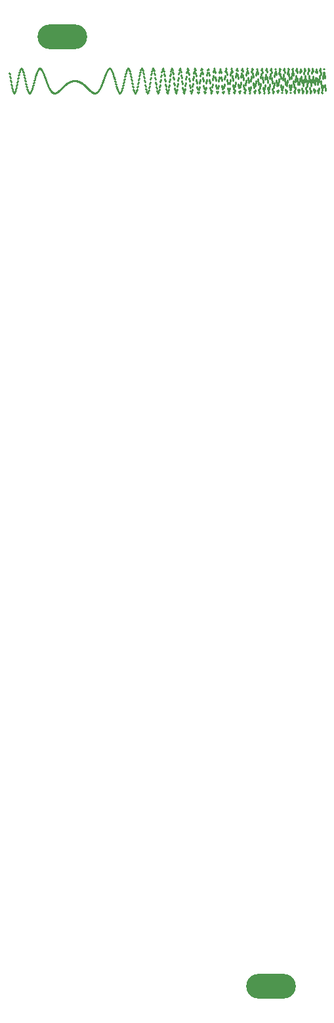
<source format=gtl>
G04 Layer: TopLayer*
G04 EasyEDA v6.5.34, 2023-08-21 18:11:39*
G04 41bd66247c774cb09e50729edd233ae6,5a6b42c53f6a479593ecc07194224c93,10*
G04 Gerber Generator version 0.2*
G04 Scale: 100 percent, Rotated: No, Reflected: No *
G04 Dimensions in millimeters *
G04 leading zeros omitted , absolute positions ,4 integer and 5 decimal *
%FSLAX45Y45*%
%MOMM*%

%ADD10C,0.2540*%
%ADD11O,6.4000126X3.1999936*%

%LPD*%
D10*
X-4229Y12109815D02*
G01*
X4234Y12088850D01*
X4234Y12065848D02*
G01*
X12705Y12041286D01*
X12705Y12016003D02*
G01*
X21170Y11990481D01*
X21170Y11965559D02*
G01*
X29634Y11941683D01*
X29634Y11919612D02*
G01*
X38105Y11899706D01*
X38105Y11882561D02*
G01*
X46570Y11868434D01*
X46570Y11857720D02*
G01*
X55034Y11850545D01*
X55034Y11847065D02*
G01*
X63505Y11847296D01*
X63505Y11851159D02*
G01*
X71970Y11858531D01*
X71970Y11869160D02*
G01*
X80434Y11882798D01*
X80434Y11899038D02*
G01*
X88905Y11917547D01*
X88905Y11937814D02*
G01*
X97370Y11959450D01*
X97370Y11981903D02*
G01*
X105834Y12004756D01*
X105834Y12027463D02*
G01*
X114305Y12049615D01*
X114305Y12070735D02*
G01*
X122770Y12090450D01*
X122770Y12108365D02*
G01*
X131234Y12124176D01*
X131234Y12137603D02*
G01*
X139705Y12148444D01*
X139705Y12156523D02*
G01*
X148170Y12161756D01*
X148170Y12164082D02*
G01*
X156634Y12163511D01*
X156634Y12160120D02*
G01*
X165105Y12154011D01*
X165105Y12145335D02*
G01*
X173570Y12134303D01*
X173570Y12121134D02*
G01*
X182034Y12106107D01*
X182034Y12089488D02*
G01*
X190505Y12071611D01*
X190505Y12052752D02*
G01*
X198970Y12033288D01*
X198970Y12013473D02*
G01*
X207434Y11993699D01*
X207434Y11974202D02*
G01*
X215905Y11955338D01*
X215905Y11937324D02*
G01*
X224370Y11920463D01*
X224370Y11904929D02*
G01*
X232834Y11890976D01*
X232834Y11878716D02*
G01*
X241305Y11868335D01*
X241305Y11859902D02*
G01*
X249770Y11853534D01*
X249770Y11849229D02*
G01*
X258234Y11847034D01*
X258234Y11846918D02*
G01*
X266705Y11848838D01*
X266705Y11852739D02*
G01*
X275170Y11858500D01*
X275170Y11866059D02*
G01*
X283634Y11875218D01*
X283634Y11885896D02*
G01*
X292105Y11897865D01*
X292105Y11911037D02*
G01*
X300570Y11925132D01*
X300570Y11940082D02*
G01*
X309034Y11955574D01*
X309034Y11971553D02*
G01*
X317505Y11987702D01*
X317505Y12003986D02*
G01*
X325970Y12020077D01*
X325970Y12035965D02*
G01*
X334434Y12051339D01*
X334434Y12066209D02*
G01*
X342905Y12080298D01*
X342905Y12093618D02*
G01*
X351370Y12105927D01*
X351370Y12117275D02*
G01*
X359834Y12127445D01*
X359834Y12136493D02*
G01*
X368305Y12144263D01*
X368305Y12150818D02*
G01*
X376770Y12156038D01*
X376770Y12159995D02*
G01*
X385234Y12162637D01*
X385234Y12164001D02*
G01*
X393705Y12164108D01*
X393705Y12162977D02*
G01*
X402170Y12160676D01*
X402170Y12157229D02*
G01*
X410634Y12152734D01*
X410634Y12147189D02*
G01*
X419105Y12140752D01*
X419105Y12133399D02*
G01*
X427570Y12125312D01*
X427570Y12116457D02*
G01*
X436034Y12107037D01*
X436034Y12096998D02*
G01*
X444505Y12086579D01*
X444505Y12075685D02*
G01*
X452970Y12064583D01*
X452970Y12053161D02*
G01*
X461434Y12041690D01*
X461434Y12030044D02*
G01*
X469905Y12018497D01*
X469905Y12006894D02*
G01*
X478370Y11995533D01*
X478370Y11984248D02*
G01*
X486834Y11973303D01*
X486834Y11962531D02*
G01*
X495305Y11952206D01*
X495305Y11942142D02*
G01*
X503770Y11932592D01*
X503770Y11923377D02*
G01*
X512234Y11914733D01*
X512234Y11906478D02*
G01*
X520705Y11898828D01*
X520705Y11891609D02*
G01*
X529170Y11885010D01*
X529170Y11878878D02*
G01*
X537634Y11873364D01*
X537634Y11868335D02*
G01*
X546105Y11863908D01*
X546105Y11859963D02*
G01*
X554570Y11856603D01*
X554570Y11853720D02*
G01*
X563034Y11851388D01*
X563034Y11849521D02*
G01*
X571505Y11848157D01*
X571505Y11847245D02*
G01*
X579970Y11846780D01*
X579970Y11846750D02*
G01*
X588434Y11847116D01*
X588434Y11847878D02*
G01*
X596905Y11848993D01*
X596905Y11850471D02*
G01*
X605370Y11852236D01*
X605370Y11854340D02*
G01*
X613834Y11856676D01*
X613834Y11859313D02*
G01*
X622305Y11862140D01*
X622305Y11865229D02*
G01*
X630770Y11868447D01*
X630770Y11871901D02*
G01*
X639234Y11875442D01*
X639234Y11879181D02*
G01*
X647705Y11882958D01*
X647705Y11886920D02*
G01*
X656170Y11890865D01*
X656170Y11894969D02*
G01*
X664641Y11899026D01*
X664641Y11903212D02*
G01*
X673100Y11907309D01*
X673100Y11911520D02*
G01*
X681570Y11915620D01*
X681570Y11919805D02*
G01*
X690041Y11923854D01*
X690041Y11927972D02*
G01*
X698500Y11931929D01*
X698500Y11935940D02*
G01*
X706970Y11939772D01*
X706970Y11943648D02*
G01*
X715441Y11947319D01*
X715441Y11951035D02*
G01*
X723900Y11954525D01*
X723900Y11958048D02*
G01*
X732370Y11961340D01*
X732370Y11964652D02*
G01*
X740841Y11967728D01*
X740841Y11970816D02*
G01*
X749300Y11973669D01*
X749300Y11976521D02*
G01*
X757770Y11979125D01*
X757770Y11981736D02*
G01*
X766241Y11984093D01*
X766241Y11986455D02*
G01*
X774700Y11988563D01*
X774700Y11990666D02*
G01*
X783170Y11992513D01*
X783170Y11994362D02*
G01*
X791641Y11995942D01*
X791641Y11997524D02*
G01*
X800100Y11998853D01*
X800100Y12000174D02*
G01*
X808570Y12001233D01*
X808570Y12002287D02*
G01*
X817041Y12003082D01*
X817041Y12003874D02*
G01*
X825500Y12004403D01*
X825500Y12004936D02*
G01*
X833970Y12005195D01*
X833970Y12005462D02*
G01*
X842441Y12005462D01*
X842441Y12005462D02*
G01*
X850900Y12005195D01*
X850900Y12004936D02*
G01*
X859370Y12004403D01*
X859370Y12003874D02*
G01*
X867841Y12003082D01*
X867841Y12002287D02*
G01*
X876300Y12001233D01*
X876300Y12000174D02*
G01*
X884770Y11998853D01*
X884770Y11997524D02*
G01*
X893241Y11995942D01*
X893241Y11994362D02*
G01*
X901700Y11992513D01*
X901700Y11990666D02*
G01*
X910170Y11988563D01*
X910170Y11986455D02*
G01*
X918641Y11984093D01*
X918641Y11981743D02*
G01*
X927100Y11979125D01*
X927100Y11976521D02*
G01*
X935570Y11973669D01*
X935570Y11970821D02*
G01*
X944041Y11967728D01*
X944041Y11964652D02*
G01*
X952500Y11961340D01*
X952500Y11958048D02*
G01*
X960970Y11954525D01*
X960970Y11951035D02*
G01*
X969441Y11947319D01*
X969441Y11943648D02*
G01*
X977900Y11939772D01*
X977900Y11935947D02*
G01*
X986370Y11931929D01*
X986370Y11927972D02*
G01*
X994841Y11923854D01*
X994841Y11919805D02*
G01*
X1003300Y11915620D01*
X1003300Y11911520D02*
G01*
X1011770Y11907309D01*
X1011770Y11903212D02*
G01*
X1020241Y11899026D01*
X1020241Y11894969D02*
G01*
X1028700Y11890865D01*
X1028700Y11886920D02*
G01*
X1037170Y11882958D01*
X1037170Y11879181D02*
G01*
X1045641Y11875442D01*
X1045641Y11871901D02*
G01*
X1054100Y11868447D01*
X1054100Y11865229D02*
G01*
X1062570Y11862140D01*
X1062570Y11859318D02*
G01*
X1071041Y11856676D01*
X1071041Y11854340D02*
G01*
X1079500Y11852236D01*
X1079500Y11850471D02*
G01*
X1087970Y11848993D01*
X1087970Y11847878D02*
G01*
X1096441Y11847116D01*
X1096441Y11846750D02*
G01*
X1104900Y11846780D01*
X1104900Y11847245D02*
G01*
X1113370Y11848157D01*
X1113370Y11849521D02*
G01*
X1121841Y11851388D01*
X1121841Y11853720D02*
G01*
X1130300Y11856603D01*
X1130300Y11859958D02*
G01*
X1138770Y11863908D01*
X1138770Y11868330D02*
G01*
X1147241Y11873364D01*
X1147241Y11878871D02*
G01*
X1155700Y11885010D01*
X1155700Y11891601D02*
G01*
X1164170Y11898828D01*
X1164170Y11906465D02*
G01*
X1172641Y11914733D01*
X1172641Y11923364D02*
G01*
X1181100Y11932592D01*
X1181100Y11942130D02*
G01*
X1189570Y11952206D01*
X1189570Y11962513D02*
G01*
X1198041Y11973303D01*
X1198041Y11984230D02*
G01*
X1206500Y11995533D01*
X1206500Y12006877D02*
G01*
X1214970Y12018497D01*
X1214970Y12030019D02*
G01*
X1223441Y12041690D01*
X1223441Y12053138D02*
G01*
X1231900Y12064583D01*
X1231900Y12075665D02*
G01*
X1240370Y12086579D01*
X1240370Y12096973D02*
G01*
X1248841Y12107037D01*
X1248841Y12116432D02*
G01*
X1257300Y12125312D01*
X1257300Y12133379D02*
G01*
X1265770Y12140752D01*
X1265770Y12147179D02*
G01*
X1274241Y12152734D01*
X1274241Y12157217D02*
G01*
X1282700Y12160676D01*
X1282700Y12162972D02*
G01*
X1291170Y12164108D01*
X1291170Y12164001D02*
G01*
X1299641Y12162637D01*
X1299641Y12160008D02*
G01*
X1308100Y12156038D01*
X1308100Y12150836D02*
G01*
X1316570Y12144263D01*
X1316570Y12136518D02*
G01*
X1325041Y12127445D01*
X1325041Y12117306D02*
G01*
X1333500Y12105927D01*
X1333500Y12093661D02*
G01*
X1341970Y12080298D01*
X1341970Y12066259D02*
G01*
X1350441Y12051339D01*
X1350441Y12036016D02*
G01*
X1358900Y12020077D01*
X1358900Y12004042D02*
G01*
X1367370Y11987702D01*
X1367370Y11971616D02*
G01*
X1375841Y11955574D01*
X1375841Y11940138D02*
G01*
X1384300Y11925132D01*
X1384300Y11911093D02*
G01*
X1392770Y11897865D01*
X1392770Y11885947D02*
G01*
X1401241Y11875218D01*
X1401241Y11866090D02*
G01*
X1409700Y11858500D01*
X1409700Y11852757D02*
G01*
X1418170Y11848838D01*
X1418170Y11846923D02*
G01*
X1426641Y11847034D01*
X1426641Y11849211D02*
G01*
X1435100Y11853534D01*
X1435100Y11859872D02*
G01*
X1443570Y11868335D01*
X1443570Y11878660D02*
G01*
X1452041Y11890976D01*
X1452041Y11904855D02*
G01*
X1460500Y11920463D01*
X1460500Y11937237D02*
G01*
X1468970Y11955338D01*
X1468970Y11974103D02*
G01*
X1477441Y11993699D01*
X1477441Y12013369D02*
G01*
X1485900Y12033288D01*
X1485900Y12052653D02*
G01*
X1494370Y12071611D01*
X1494370Y12089389D02*
G01*
X1502841Y12106107D01*
X1502841Y12121052D02*
G01*
X1511300Y12134303D01*
X1511300Y12145274D02*
G01*
X1519770Y12154011D01*
X1519770Y12160095D02*
G01*
X1528241Y12163511D01*
X1528241Y12164087D02*
G01*
X1536700Y12161756D01*
X1536700Y12156567D02*
G01*
X1545170Y12148444D01*
X1545170Y12137684D02*
G01*
X1553641Y12124176D01*
X1553641Y12108477D02*
G01*
X1562100Y12090450D01*
X1562100Y12070877D02*
G01*
X1570570Y12049615D01*
X1570570Y12027618D02*
G01*
X1579041Y12004756D01*
X1579041Y11982066D02*
G01*
X1587500Y11959450D01*
X1587500Y11937969D02*
G01*
X1595970Y11917547D01*
X1595970Y11899168D02*
G01*
X1604441Y11882798D01*
X1604441Y11869254D02*
G01*
X1612900Y11858531D01*
X1612900Y11851203D02*
G01*
X1621370Y11847296D01*
X1621370Y11847052D02*
G01*
X1629841Y11850545D01*
X1629841Y11857644D02*
G01*
X1638300Y11868434D01*
X1638300Y11882432D02*
G01*
X1646770Y11899706D01*
X1646770Y11919427D02*
G01*
X1655241Y11941683D01*
X1655241Y11965348D02*
G01*
X1663700Y11990481D01*
X1663700Y12015774D02*
G01*
X1672170Y12041286D01*
X1672170Y12065632D02*
G01*
X1680641Y12088850D01*
X1680641Y12109635D02*
G01*
X1689100Y12127984D01*
X1689100Y12142848D02*
G01*
X1697570Y12154184D01*
X1697570Y12161316D02*
G01*
X1706041Y12164174D01*
X1706041Y12162538D02*
G01*
X1714500Y12156343D01*
X1714500Y12145881D02*
G01*
X1722970Y12131093D01*
X1722970Y12112774D02*
G01*
X1731441Y12090890D01*
X1731441Y12066681D02*
G01*
X1739900Y12040133D01*
X1739900Y12012805D02*
G01*
X1748370Y11984708D01*
X1748370Y11957545D02*
G01*
X1756841Y11931365D01*
X1756841Y11907794D02*
G01*
X1765300Y11886890D01*
X1765300Y11870021D02*
G01*
X1773770Y11857253D01*
X1773770Y11849460D02*
G01*
X1782241Y11846712D01*
X1782241Y11849260D02*
G01*
X1790700Y11857179D01*
X1790700Y11870004D02*
G01*
X1799170Y11887776D01*
X1799170Y11909374D02*
G01*
X1807641Y11934812D01*
X1807641Y11962401D02*
G01*
X1816100Y11992112D01*
X1816100Y12021931D02*
G01*
X1824570Y12051779D01*
X1824570Y12079584D02*
G01*
X1833041Y12105225D01*
X1833041Y12126882D02*
G01*
X1841500Y12144430D01*
X1841500Y12156559D02*
G01*
X1849970Y12163170D01*
X1849970Y12163709D02*
G01*
X1858441Y12158103D01*
X1858441Y12146681D02*
G01*
X1866900Y12129437D01*
X1866900Y12107557D02*
G01*
X1875370Y12081103D01*
X1875370Y12052007D02*
G01*
X1883841Y12020356D01*
X1883841Y11988558D02*
G01*
X1892300Y11956745D01*
X1892300Y11927395D02*
G01*
X1900770Y11900674D01*
X1900770Y11878703D02*
G01*
X1909241Y11861670D01*
X1909241Y11850971D02*
G01*
X1917700Y11846750D01*
X1917700Y11849417D02*
G01*
X1926170Y11859028D01*
X1926170Y11874883D02*
G01*
X1934641Y11896961D01*
X1934641Y11923501D02*
G01*
X1943100Y11954395D01*
X1943100Y11987095D02*
G01*
X1951570Y12021411D01*
X1951570Y12054459D02*
G01*
X1960041Y12085985D01*
X1960041Y12113282D02*
G01*
X1968500Y12136097D01*
X1968500Y12152406D02*
G01*
X1976970Y12162010D01*
X1976970Y12164001D02*
G01*
X1985441Y12158284D01*
X1985441Y12145269D02*
G01*
X1993900Y12124997D01*
X1993900Y12099211D02*
G01*
X2002370Y12068063D01*
X2002370Y12034354D02*
G01*
X2010841Y11998325D01*
X2010841Y11963288D02*
G01*
X2019300Y11929567D01*
X2019300Y11900321D02*
G01*
X2027770Y11875863D01*
X2027770Y11858556D02*
G01*
X2036241Y11848635D01*
X2036241Y11847134D02*
G01*
X2044700Y11854141D01*
X2044700Y11869066D02*
G01*
X2053170Y11891850D01*
X2053170Y11920326D02*
G01*
X2061641Y11954271D01*
X2061641Y11990362D02*
G01*
X2070100Y12028251D01*
X2070100Y12064144D02*
G01*
X2078570Y12097649D01*
X2078570Y12125325D02*
G01*
X2087041Y12146818D01*
X2087041Y12159853D02*
G01*
X2095500Y12164207D01*
X2095500Y12159338D02*
G01*
X2103970Y12145218D01*
X2103970Y12123242D02*
G01*
X2112441Y12093587D01*
X2112441Y12059351D02*
G01*
X2120900Y12020890D01*
X2120900Y11982307D02*
G01*
X2129370Y11944083D01*
X2129370Y11910380D02*
G01*
X2137841Y11881662D01*
X2137841Y11861142D02*
G01*
X2146300Y11849155D01*
X2146300Y11847128D02*
G01*
X2154770Y11855170D01*
X2154770Y11872465D02*
G01*
X2163241Y11898876D01*
X2163241Y11931464D02*
G01*
X2171700Y11969849D01*
X2171700Y12009661D02*
G01*
X2180170Y12050364D01*
X2180170Y12087212D02*
G01*
X2188641Y12119663D01*
X2188641Y12143836D02*
G01*
X2197100Y12159325D01*
X2197100Y12164207D02*
G01*
X2205570Y12158309D01*
X2205570Y12142254D02*
G01*
X2214041Y12116178D01*
X2214041Y12083188D02*
G01*
X2222500Y12043704D01*
X2222500Y12002554D02*
G01*
X2230970Y11960331D01*
X2230970Y11922292D02*
G01*
X2239441Y11889071D01*
X2239441Y11864893D02*
G01*
X2247900Y11850204D01*
X2247900Y11846961D02*
G01*
X2256370Y11855312D01*
X2256370Y11874289D02*
G01*
X2264841Y11903664D01*
X2264841Y11939699D02*
G01*
X2273300Y11981873D01*
X2273300Y12024680D02*
G01*
X2281770Y12067418D01*
X2281770Y12104403D02*
G01*
X2290241Y12134961D01*
X2290241Y12154949D02*
G01*
X2298700Y12163920D01*
X2298700Y12160577D02*
G01*
X2307170Y12144877D01*
X2307170Y12118868D02*
G01*
X2315641Y12082934D01*
X2315641Y12041962D02*
G01*
X2324100Y11996643D01*
X2324100Y11953293D02*
G01*
X2332570Y11912706D01*
X2332570Y11880644D02*
G01*
X2341041Y11857763D01*
X2341041Y11847400D02*
G01*
X2349500Y11849849D01*
X2349500Y11864863D02*
G01*
X2357970Y11892241D01*
X2357970Y11928109D02*
G01*
X2366441Y11971832D01*
X2366441Y12017052D02*
G01*
X2374900Y12062896D01*
X2374900Y12102566D02*
G01*
X2383370Y12135220D01*
X2383370Y12155926D02*
G01*
X2391841Y12164169D01*
X2391841Y12158606D02*
G01*
X2400300Y12139241D01*
X2400300Y12108942D02*
G01*
X2408770Y12068235D01*
X2408770Y12023333D02*
G01*
X2417241Y11975132D01*
X2417241Y11931116D02*
G01*
X2425700Y11892241D01*
X2425700Y11864665D02*
G01*
X2434170Y11849056D01*
X2434170Y11847972D02*
G01*
X2442641Y11861551D01*
X2442641Y11887728D02*
G01*
X2451100Y11926013D01*
X2451100Y11970308D02*
G01*
X2459570Y12019681D01*
X2459570Y12066104D02*
G01*
X2468041Y12108520D01*
X2468041Y12139909D02*
G01*
X2476500Y12159493D01*
X2476500Y12163920D02*
G01*
X2484970Y12152988D01*
X2484970Y12128418D02*
G01*
X2493441Y12090679D01*
X2493441Y12046079D02*
G01*
X2501900Y11995602D01*
X2501900Y11947842D02*
G01*
X2510370Y11903930D01*
X2510370Y11871479D02*
G01*
X2518841Y11851345D01*
X2518841Y11847103D02*
G01*
X2527300Y11858972D01*
X2527300Y11884980D02*
G01*
X2535770Y11924593D01*
X2535770Y11970877D02*
G01*
X2544241Y12022757D01*
X2544241Y12070984D02*
G01*
X2552700Y12114342D01*
X2552700Y12144982D02*
G01*
X2561170Y12162048D01*
X2561170Y12162345D02*
G01*
X2569641Y12145746D01*
X2569641Y12115198D02*
G01*
X2578100Y12071380D01*
X2578100Y12022310D02*
G01*
X2586570Y11969229D01*
X2586570Y11922013D02*
G01*
X2595041Y11881934D01*
X2595041Y11856585D02*
G01*
X2603500Y11846730D01*
X2603500Y11854334D02*
G01*
X2611970Y11879323D01*
X2611970Y11917009D02*
G01*
X2620441Y11966481D01*
X2620441Y12018243D02*
G01*
X2628900Y12070928D01*
X2628900Y12114263D02*
G01*
X2637370Y12147021D01*
X2637370Y12162693D02*
G01*
X2645841Y12160745D01*
X2645841Y12141454D02*
G01*
X2654300Y12105225D01*
X2654300Y12059213D02*
G01*
X2662770Y12004624D01*
X2662770Y11952411D02*
G01*
X2671241Y11904042D01*
X2671241Y11869376D02*
G01*
X2679700Y11849483D01*
X2679700Y11848518D02*
G01*
X2688170Y11866636D01*
X2688170Y11900204D02*
G01*
X2696641Y11948363D01*
X2696641Y12001164D02*
G01*
X2705100Y12057118D01*
X2705100Y12104489D02*
G01*
X2713570Y12141857D01*
X2713570Y12161248D02*
G01*
X2722041Y12161979D01*
X2722041Y12143785D02*
G01*
X2730500Y12107092D01*
X2730500Y12059686D02*
G01*
X2738970Y12002902D01*
X2738970Y11949000D02*
G01*
X2747441Y11899607D01*
X2747441Y11865546D02*
G01*
X2755900Y11847934D01*
X2755900Y11850743D02*
G01*
X2764370Y11874022D01*
X2764370Y11912699D02*
G01*
X2772841Y11965706D01*
X2772841Y12021251D02*
G01*
X2781300Y12077656D01*
X2781300Y12122200D02*
G01*
X2789770Y12153435D01*
X2789770Y12164194D02*
G01*
X2798241Y12154016D01*
X2798241Y12125119D02*
G01*
X2806700Y12078294D01*
X2806700Y12024253D02*
G01*
X2815170Y11964652D01*
X2815170Y11913313D02*
G01*
X2823641Y11871919D01*
X2823641Y11850222D02*
G01*
X2832100Y11849031D01*
X2832100Y11868726D02*
G01*
X2840570Y11908805D01*
X2840570Y11959846D02*
G01*
X2849041Y12020257D01*
X2849041Y12075629D02*
G01*
X2857500Y12124115D01*
X2857500Y12153986D02*
G01*
X2865970Y12164156D01*
X2865970Y12152045D02*
G01*
X2874441Y12117938D01*
X2874441Y12070059D02*
G01*
X2882900Y12009927D01*
X2882900Y11952305D02*
G01*
X2891370Y11899130D01*
X2891370Y11863641D02*
G01*
X2899841Y11847121D01*
X2899841Y11853806D02*
G01*
X2908300Y11883598D01*
X2908300Y11929107D02*
G01*
X2916770Y11988868D01*
X2916770Y12047791D02*
G01*
X2925241Y12103856D01*
X2925241Y12142718D02*
G01*
X2933700Y12162947D01*
X2933700Y12159239D02*
G01*
X2942170Y12131593D01*
X2942170Y12087064D02*
G01*
X2950641Y12027093D01*
X2950641Y11967268D02*
G01*
X2959100Y11909686D01*
X2959100Y11869483D02*
G01*
X2967570Y11848175D01*
X2967570Y11851492D02*
G01*
X2976041Y11879460D01*
X2976041Y11924723D02*
G01*
X2984500Y11985779D01*
X2984500Y12046320D02*
G01*
X2992970Y12104184D01*
X2992970Y12143712D02*
G01*
X3001441Y12163394D01*
X3001441Y12157788D02*
G01*
X3009900Y12126950D01*
X3009900Y12079218D02*
G01*
X3018370Y12016221D01*
X3018370Y11955277D02*
G01*
X3026841Y11898591D01*
X3026841Y11861942D02*
G01*
X3035300Y11846755D01*
X3035300Y11857385D02*
G01*
X3043770Y11893575D01*
X3043770Y11945249D02*
G01*
X3052241Y12010603D01*
X3052241Y12071164D02*
G01*
X3060700Y12124692D01*
X3060700Y12155871D02*
G01*
X3069170Y12163437D01*
X3069170Y12145119D02*
G01*
X3077641Y12101451D01*
X3077641Y12044951D02*
G01*
X3086100Y11977657D01*
X3086100Y11919104D02*
G01*
X3094570Y11871523D01*
X3094570Y11848901D02*
G01*
X3103041Y11852219D01*
X3103041Y11880601D02*
G01*
X3111500Y11933113D01*
X3111500Y11994276D02*
G01*
X3119970Y12061825D01*
X3119970Y12115606D02*
G01*
X3128441Y12153521D01*
X3128441Y12164108D02*
G01*
X3136900Y12146818D01*
X3136900Y12106770D02*
G01*
X3145370Y12045373D01*
X3145370Y11981233D02*
G01*
X3153841Y11916785D01*
X3153841Y11871772D02*
G01*
X3162300Y11848020D01*
X3162300Y11852945D02*
G01*
X3170770Y11886486D01*
X3170770Y11938365D02*
G01*
X3179241Y12006666D01*
X3179241Y12070133D02*
G01*
X3187700Y12126285D01*
X3187700Y12157466D02*
G01*
X3196170Y12162327D01*
X3196170Y12139234D02*
G01*
X3204641Y12088942D01*
X3204641Y12027347D02*
G01*
X3213100Y11956788D01*
X3213100Y11899806D02*
G01*
X3221570Y11858706D01*
X3221570Y11846768D02*
G01*
X3230041Y11864609D01*
X3230041Y11906572D02*
G01*
X3238500Y11971108D01*
X3238500Y12037286D02*
G01*
X3246970Y12102510D01*
X3246970Y12145385D02*
G01*
X3255441Y12164118D01*
X3255441Y12152436D02*
G01*
X3263900Y12110659D01*
X3263900Y12052536D02*
G01*
X3272370Y11980285D01*
X3272370Y11917969D02*
G01*
X3280841Y11868111D01*
X3280841Y11847499D02*
G01*
X3289300Y11857088D01*
X3289300Y11893755D02*
G01*
X3297770Y11956150D01*
X3297770Y12023196D02*
G01*
X3306241Y12092216D01*
X3306241Y12139642D02*
G01*
X3314700Y12163480D01*
X3314700Y12155444D02*
G01*
X3323170Y12115718D01*
X3323170Y12057905D02*
G01*
X3331641Y11984261D01*
X3331641Y11920321D02*
G01*
X3340100Y11868701D01*
X3340100Y11847494D02*
G01*
X3348570Y11857700D01*
X3348570Y11895830D02*
G01*
X3357041Y11960486D01*
X3357041Y12028891D02*
G01*
X3365500Y12098294D01*
X3365500Y12144034D02*
G01*
X3373970Y12164131D01*
X3373970Y12151319D02*
G01*
X3382441Y12105970D01*
X3382441Y12044281D02*
G01*
X3390900Y11968670D01*
X3390900Y11906443D02*
G01*
X3399370Y11860182D01*
X3399370Y11846768D02*
G01*
X3407841Y11866885D01*
X3407841Y11913293D02*
G01*
X3416300Y11984222D01*
X3416300Y12053681D02*
G01*
X3424770Y12118825D01*
X3424770Y12155561D02*
G01*
X3433241Y12162271D01*
X3433241Y12136351D02*
G01*
X3441700Y12078728D01*
X3441700Y12010819D02*
G01*
X3450170Y11935363D01*
X3450170Y11880689D02*
G01*
X3458641Y11849105D01*
X3458641Y11852635D02*
G01*
X3467100Y11891274D01*
X3467100Y11950463D02*
G01*
X3475570Y12027872D01*
X3475570Y12094009D02*
G01*
X3484041Y12146112D01*
X3484041Y12164138D02*
G01*
X3492500Y12147202D01*
X3492500Y12101736D02*
G01*
X3500970Y12029473D01*
X3500970Y11958358D02*
G01*
X3509441Y11891312D01*
X3509441Y11854489D02*
G01*
X3517900Y11849521D01*
X3517900Y11878462D02*
G01*
X3526370Y11940263D01*
X3526370Y12010671D02*
G01*
X3534841Y12086859D01*
X3534841Y12138652D02*
G01*
X3543300Y12163841D01*
X3543300Y12152312D02*
G01*
X3551770Y12104382D01*
X3551770Y12039127D02*
G01*
X3560241Y11959132D01*
X3560241Y11896539D02*
G01*
X3568700Y11853961D01*
X3568700Y11848678D02*
G01*
X3577170Y11881065D01*
X3577170Y11938060D02*
G01*
X3585641Y12017461D01*
X3585641Y12086889D02*
G01*
X3594100Y12143488D01*
X3594100Y12163988D02*
G01*
X3602570Y12147407D01*
X3602570Y12100483D02*
G01*
X3611041Y12024984D01*
X3611041Y11952145D02*
G01*
X3619500Y11884911D01*
X3619500Y11851325D02*
G01*
X3627970Y11852876D01*
X3627970Y11889016D02*
G01*
X3636441Y11958426D01*
X3636441Y12031985D02*
G01*
X3644900Y12106752D01*
X3644900Y12151103D02*
G01*
X3653370Y12163140D01*
X3653370Y12137659D02*
G01*
X3661841Y12075523D01*
X3661841Y12003181D02*
G01*
X3670300Y11923471D01*
X3670300Y11870598D02*
G01*
X3678770Y11846768D01*
X3678770Y11862333D02*
G01*
X3687241Y11916846D01*
X3687241Y11986773D02*
G01*
X3695700Y12069409D01*
X3695700Y12128797D02*
G01*
X3704170Y12162500D01*
X3704170Y12155698D02*
G01*
X3712641Y12108507D01*
X3712641Y12041571D02*
G01*
X3721100Y11957433D01*
X3721100Y11893232D02*
G01*
X3729570Y11851543D01*
X3729570Y11850941D02*
G01*
X3738041Y11891601D01*
X3738041Y11955500D02*
G01*
X3746500Y12040237D01*
X3746500Y12107900D02*
G01*
X3754970Y12155797D01*
X3754970Y12162320D02*
G01*
X3763441Y12127062D01*
X3763441Y12065855D02*
G01*
X3771900Y11980961D01*
X3771900Y11910900D02*
G01*
X3780370Y11858396D01*
X3780370Y11847474D02*
G01*
X3788841Y11878698D01*
X3788841Y11937850D02*
G01*
X3797300Y12022808D01*
X3797300Y12094474D02*
G01*
X3805770Y12150105D01*
X3805770Y12163907D02*
G01*
X3814241Y12135215D01*
X3814241Y12077260D02*
G01*
X3822700Y11992099D01*
X3822700Y11919452D02*
G01*
X3831170Y11862054D01*
X3831170Y11846880D02*
G01*
X3839641Y11874642D01*
X3839641Y11932356D02*
G01*
X3848100Y12018020D01*
X3848100Y12091131D02*
G01*
X3856570Y12148982D01*
X3856570Y12164014D02*
G01*
X3865041Y12135538D01*
X3865041Y12077054D02*
G01*
X3873500Y11990555D01*
X3873500Y11917492D02*
G01*
X3881970Y11860522D01*
X3881970Y11847146D02*
G01*
X3890441Y11877992D01*
X3890441Y11938228D02*
G01*
X3898900Y12025840D01*
X3898900Y12098276D02*
G01*
X3907370Y12152944D01*
X3907370Y12163115D02*
G01*
X3915841Y12128271D01*
X3915841Y12065396D02*
G01*
X3924300Y11976577D01*
X3924300Y11905505D02*
G01*
X3932770Y11854680D01*
X3932770Y11849298D02*
G01*
X3941241Y11889691D01*
X3941241Y11955896D02*
G01*
X3949700Y12045769D01*
X3949700Y12114504D02*
G01*
X3958170Y12159734D01*
X3958170Y12158743D02*
G01*
X3966641Y12111403D01*
X3966641Y12041436D02*
G01*
X3975100Y11951065D01*
X3975100Y11885935D02*
G01*
X3983570Y11848231D01*
X3983570Y11857167D02*
G01*
X3992041Y11912600D01*
X3992041Y11986374D02*
G01*
X4000500Y12076206D01*
X4000500Y12136140D02*
G01*
X4008970Y12164181D01*
X4008970Y12145850D02*
G01*
X4017441Y12081576D01*
X4017441Y12004420D02*
G01*
X4025900Y11916742D01*
X4025900Y11863964D02*
G01*
X4034370Y11847804D01*
X4034370Y11876750D02*
G01*
X4042841Y11950080D01*
X4042841Y12029559D02*
G01*
X4051300Y12112840D01*
X4051300Y12156231D02*
G01*
X4059770Y12158314D01*
X4059770Y12117920D02*
G01*
X4068241Y12036071D01*
X4068241Y11955995D02*
G01*
X4076700Y11879994D01*
D11*
G01*
X685800Y12573000D03*
G01*
X3378200Y330200D03*
M02*

</source>
